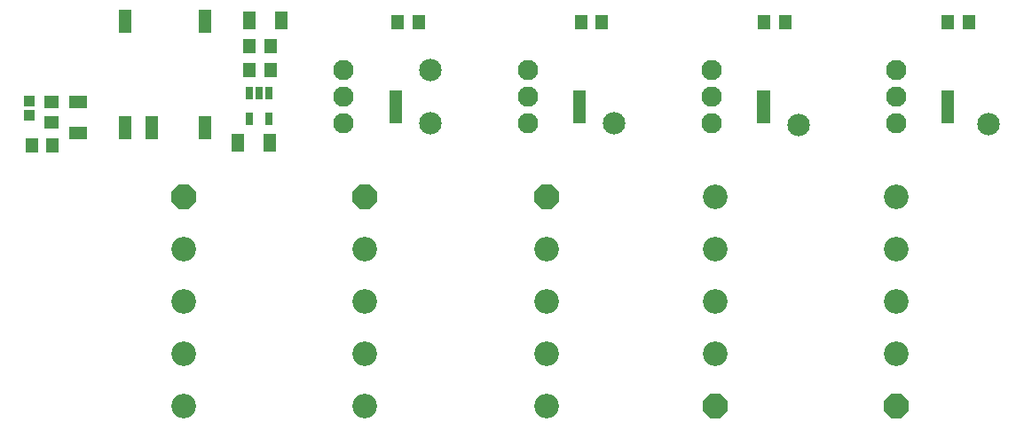
<source format=gts>
G04*
G04 #@! TF.GenerationSoftware,Altium Limited,Altium Designer,20.2.7 (254)*
G04*
G04 Layer_Color=8388736*
%FSLAX25Y25*%
%MOIN*%
G70*
G04*
G04 #@! TF.SameCoordinates,A70D1E75-91AA-4FD3-A19C-EF1787EBCA39*
G04*
G04*
G04 #@! TF.FilePolarity,Negative*
G04*
G01*
G75*
%ADD21R,0.04528X0.05512*%
%ADD22R,0.04528X0.04528*%
%ADD23R,0.04528X0.06890*%
%ADD24R,0.02953X0.04528*%
%ADD25R,0.04528X0.08858*%
%ADD26R,0.03937X0.03937*%
%ADD27R,0.05512X0.04528*%
%ADD28R,0.06890X0.04528*%
%ADD29C,0.08465*%
%ADD30P,0.10014X8X112.5*%
%ADD31C,0.09252*%
%ADD32C,0.07677*%
G36*
X144882Y140551D02*
Y128248D01*
X140157D01*
Y140551D01*
X144882D01*
D02*
G37*
G36*
X214042D02*
Y128248D01*
X209318D01*
Y140551D01*
X214042D01*
D02*
G37*
G36*
X283202D02*
Y128248D01*
X278478D01*
Y140551D01*
X283202D01*
D02*
G37*
G36*
X352362D02*
Y128248D01*
X347638D01*
Y140551D01*
X352362D01*
D02*
G37*
D21*
X143307Y166142D02*
D03*
X151181D02*
D03*
X212205D02*
D03*
X220079D02*
D03*
X281102D02*
D03*
X288976D02*
D03*
X350000D02*
D03*
X357874D02*
D03*
X87795Y157087D02*
D03*
X95669D02*
D03*
X87795Y148031D02*
D03*
X95669D02*
D03*
X5906Y119685D02*
D03*
X13780D02*
D03*
D22*
X142520Y138189D02*
D03*
Y131102D02*
D03*
X211680Y138189D02*
D03*
Y131102D02*
D03*
X280840Y138189D02*
D03*
Y131102D02*
D03*
X350000Y138189D02*
D03*
Y131102D02*
D03*
D23*
X87795Y166929D02*
D03*
X99606D02*
D03*
X83465Y120866D02*
D03*
X95276D02*
D03*
D24*
X95079Y129921D02*
D03*
X87598D02*
D03*
Y139370D02*
D03*
X91339D02*
D03*
X95079D02*
D03*
D25*
X40905Y166339D02*
D03*
X70906D02*
D03*
Y126575D02*
D03*
X50906D02*
D03*
X40905D02*
D03*
D26*
X5118Y136615D02*
D03*
Y131103D02*
D03*
D27*
X13386Y136221D02*
D03*
Y128347D02*
D03*
D28*
X23228Y124409D02*
D03*
Y136221D02*
D03*
D29*
X365354Y127953D02*
D03*
X224508Y128189D02*
D03*
X294094Y127559D02*
D03*
X155561Y128032D02*
D03*
Y148189D02*
D03*
D30*
X330709Y21654D02*
D03*
X199311Y100394D02*
D03*
X262549Y21654D02*
D03*
X62992Y100394D02*
D03*
X131152D02*
D03*
D31*
X330709Y41339D02*
D03*
Y61024D02*
D03*
Y80709D02*
D03*
Y100394D02*
D03*
X199311Y80709D02*
D03*
Y61024D02*
D03*
Y41339D02*
D03*
Y21654D02*
D03*
X262549Y100394D02*
D03*
Y80709D02*
D03*
Y61024D02*
D03*
Y41339D02*
D03*
X62992Y21654D02*
D03*
Y41339D02*
D03*
Y61024D02*
D03*
Y80709D02*
D03*
X131152Y21654D02*
D03*
Y41339D02*
D03*
Y61024D02*
D03*
Y80709D02*
D03*
D32*
X122884Y148189D02*
D03*
Y138189D02*
D03*
Y128189D02*
D03*
X192159Y148189D02*
D03*
Y138189D02*
D03*
Y128189D02*
D03*
X261434Y148189D02*
D03*
Y138189D02*
D03*
Y128189D02*
D03*
X330709Y148189D02*
D03*
Y138189D02*
D03*
Y128189D02*
D03*
M02*

</source>
